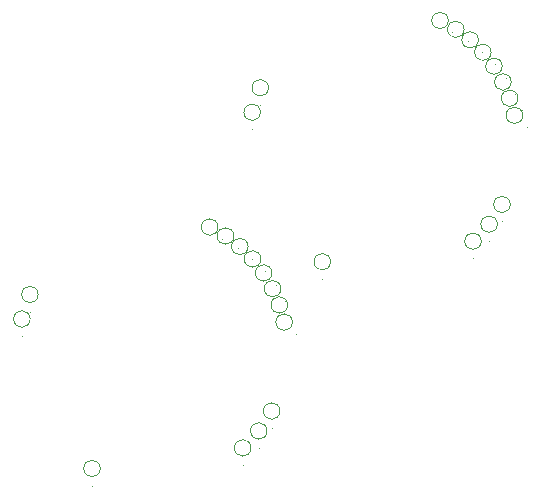
<source format=gbr>
G04 #@! TF.GenerationSoftware,KiCad,Pcbnew,5.0.2-bee76a0~70~ubuntu18.04.1*
G04 #@! TF.CreationDate,2019-06-04T20:48:53+02:00*
G04 #@! TF.ProjectId,lower_Sensor,6c6f7765-725f-4536-956e-736f722e6b69,rev?*
G04 #@! TF.SameCoordinates,Original*
G04 #@! TF.FileFunction,Legend,Bot*
G04 #@! TF.FilePolarity,Positive*
%FSLAX46Y46*%
G04 Gerber Fmt 4.6, Leading zero omitted, Abs format (unit mm)*
G04 Created by KiCad (PCBNEW 5.0.2-bee76a0~70~ubuntu18.04.1) date Di 04 Jun 2019 20:48:53 CEST*
%MOMM*%
%LPD*%
G01*
G04 APERTURE LIST*
%ADD10C,0.120000*%
%ADD11C,0.100000*%
%ADD12C,0.150000*%
G04 APERTURE END LIST*
D10*
G04 #@! TO.C,J3*
X140362320Y-57437620D02*
G75*
G03X140362320Y-57437620I-700000J0D01*
G01*
G04 #@! TO.C,J10*
X135035940Y-52225540D02*
G75*
G03X135035940Y-52225540I-700000J0D01*
G01*
G04 #@! TO.C,J14*
X119811180Y-57930380D02*
G75*
G03X119811180Y-57930380I-700000J0D01*
G01*
G04 #@! TO.C,J7*
X137578480Y-53868920D02*
G75*
G03X137578480Y-53868920I-700000J0D01*
G01*
G04 #@! TO.C,J16*
X137827400Y-70919940D02*
G75*
G03X137827400Y-70919940I-700000J0D01*
G01*
G04 #@! TO.C,J9*
X136371980Y-52979920D02*
G75*
G03X136371980Y-52979920I-700000J0D01*
G01*
G04 #@! TO.C,J13*
X119127920Y-60005560D02*
G75*
G03X119127920Y-60005560I-700000J0D01*
G01*
G04 #@! TO.C,J2*
X140931280Y-58814300D02*
G75*
G03X140931280Y-58814300I-700000J0D01*
G01*
G04 #@! TO.C,J15*
X125063900Y-72659840D02*
G75*
G03X125063900Y-72659840I-700000J0D01*
G01*
G04 #@! TO.C,J8*
X140278500Y-67803360D02*
G75*
G03X140278500Y-67803360I-700000J0D01*
G01*
G04 #@! TO.C,J5*
X138660520Y-54920480D02*
G75*
G03X138660520Y-54920480I-700000J0D01*
G01*
G04 #@! TO.C,J4*
X139600320Y-56106660D02*
G75*
G03X139600320Y-56106660I-700000J0D01*
G01*
G04 #@! TO.C,J6*
X139188840Y-69484840D02*
G75*
G03X139188840Y-69484840I-700000J0D01*
G01*
G04 #@! TO.C,J1*
X141335140Y-60269720D02*
G75*
G03X141335140Y-60269720I-700000J0D01*
G01*
G04 #@! TO.C,J14*
X100311180Y-75430380D02*
G75*
G03X100311180Y-75430380I-700000J0D01*
G01*
G04 #@! TO.C,J16*
X118327400Y-88419940D02*
G75*
G03X118327400Y-88419940I-700000J0D01*
G01*
G04 #@! TO.C,J15*
X105563900Y-90159840D02*
G75*
G03X105563900Y-90159840I-700000J0D01*
G01*
G04 #@! TO.C,J13*
X99627920Y-77505560D02*
G75*
G03X99627920Y-77505560I-700000J0D01*
G01*
G04 #@! TO.C,J2*
X121431280Y-76314300D02*
G75*
G03X121431280Y-76314300I-700000J0D01*
G01*
G04 #@! TO.C,J1*
X121835140Y-77769720D02*
G75*
G03X121835140Y-77769720I-700000J0D01*
G01*
G04 #@! TO.C,J10*
X115535940Y-69725540D02*
G75*
G03X115535940Y-69725540I-700000J0D01*
G01*
G04 #@! TO.C,J9*
X116871980Y-70479920D02*
G75*
G03X116871980Y-70479920I-700000J0D01*
G01*
G04 #@! TO.C,J8*
X120778500Y-85303360D02*
G75*
G03X120778500Y-85303360I-700000J0D01*
G01*
G04 #@! TO.C,J7*
X118078480Y-71368920D02*
G75*
G03X118078480Y-71368920I-700000J0D01*
G01*
G04 #@! TO.C,J5*
X119160520Y-72420480D02*
G75*
G03X119160520Y-72420480I-700000J0D01*
G01*
G04 #@! TO.C,J4*
X120100320Y-73606660D02*
G75*
G03X120100320Y-73606660I-700000J0D01*
G01*
G04 #@! TO.C,J3*
X120862320Y-74937620D02*
G75*
G03X120862320Y-74937620I-700000J0D01*
G01*
G04 #@! TO.C,J6*
X119688840Y-86984840D02*
G75*
G03X119688840Y-86984840I-700000J0D01*
G01*
G04 #@! TO.C,J3*
D11*
X140686211Y-58461511D02*
X140686211Y-58461511D01*
X140686211Y-58461511D01*
X140686211Y-58461511D01*
X140686211Y-58461511D01*
X140686211Y-58461511D01*
X140686211Y-58461511D02*
X140686211Y-58461511D01*
X140686211Y-58461511D01*
X140686211Y-58461511D01*
X140686211Y-58461511D01*
X140686211Y-58461511D01*
X140686211Y-58461511D01*
X140686211Y-58461511D01*
X140686211Y-58461511D01*
X140686211Y-58461511D01*
X140686211Y-58461511D01*
X140686211Y-58461511D01*
X140686211Y-58461511D01*
X140686211Y-58461511D01*
D12*
G04 #@! TO.C,J10*
D11*
X135359831Y-53249431D02*
X135359831Y-53249431D01*
X135359831Y-53249431D01*
X135359831Y-53249431D01*
X135359831Y-53249431D01*
X135359831Y-53249431D01*
X135359831Y-53249431D02*
X135359831Y-53249431D01*
X135359831Y-53249431D02*
X135359831Y-53249431D01*
X135359831Y-53249431D01*
X135359831Y-53249431D01*
X135359831Y-53249431D01*
X135359831Y-53249431D02*
X135359831Y-53249431D01*
X135359831Y-53249431D01*
X135359831Y-53249431D01*
X135359831Y-53249431D01*
X135359831Y-53249431D01*
X135359831Y-53249431D01*
X135359831Y-53249431D01*
X135359831Y-53249431D01*
X135359831Y-53249431D01*
X135359831Y-53249431D01*
X135359831Y-53249431D01*
X135359831Y-53249431D01*
X135359831Y-53249431D01*
X135359831Y-53249431D01*
X135359831Y-53249431D01*
X135359831Y-53249431D01*
X135359831Y-53249431D01*
X135359831Y-53249431D01*
X135359831Y-53249431D01*
X135359831Y-53249431D01*
D12*
G04 #@! TO.C,J14*
D11*
X119111180Y-59378380D02*
X119111180Y-59378380D01*
X119111180Y-59378380D01*
X119111180Y-59378380D01*
X119111180Y-59378380D01*
X119111180Y-59378380D01*
X119111180Y-59378380D02*
X119111180Y-59378380D01*
X119111180Y-59378380D02*
X119111180Y-59378380D01*
X119111180Y-59378380D01*
X119111180Y-59378380D01*
X119111180Y-59378380D01*
X119111180Y-59378380D02*
X119111180Y-59378380D01*
X119111180Y-59378380D02*
X119111180Y-59378380D01*
X119111180Y-59378380D01*
D12*
G04 #@! TO.C,J7*
D11*
X137902371Y-54892811D02*
X137902371Y-54892811D01*
X137902371Y-54892811D01*
X137902371Y-54892811D01*
X137902371Y-54892811D01*
X137902371Y-54892811D01*
X137902371Y-54892811D02*
X137902371Y-54892811D01*
X137902371Y-54892811D01*
D12*
G04 #@! TO.C,J16*
D11*
X137127400Y-72367940D02*
X137127400Y-72367940D01*
X137127400Y-72367940D01*
X137127400Y-72367940D01*
X137127400Y-72367940D01*
X137127400Y-72367940D01*
X137127400Y-72367940D02*
X137127400Y-72367940D01*
X137127400Y-72367940D02*
X137127400Y-72367940D01*
X137127400Y-72367940D01*
X137127400Y-72367940D01*
X137127400Y-72367940D01*
X137127400Y-72367940D02*
X137127400Y-72367940D01*
X137127400Y-72367940D01*
X137127400Y-72367940D01*
X137127400Y-72367940D01*
X137127400Y-72367940D01*
X137127400Y-72367940D01*
X137127400Y-72367940D01*
X137127400Y-72367940D01*
X137127400Y-72367940D01*
X137127400Y-72367940D01*
X137127400Y-72367940D01*
X137127400Y-72367940D01*
X137127400Y-72367940D01*
X137127400Y-72367940D01*
X137127400Y-72367940D01*
X137127400Y-72367940D01*
X137127400Y-72367940D01*
X137127400Y-72367940D01*
X137127400Y-72367940D01*
X137127400Y-72367940D01*
X137127400Y-72367940D01*
D12*
G04 #@! TO.C,J9*
D11*
X136695871Y-54003811D02*
X136695871Y-54003811D01*
X136695871Y-54003811D01*
X136695871Y-54003811D01*
X136695871Y-54003811D01*
X136695871Y-54003811D01*
X136695871Y-54003811D02*
X136695871Y-54003811D01*
X136695871Y-54003811D01*
X136695871Y-54003811D01*
X136695871Y-54003811D01*
X136695871Y-54003811D01*
X136695871Y-54003811D01*
X136695871Y-54003811D01*
X136695871Y-54003811D01*
X136695871Y-54003811D01*
X136695871Y-54003811D01*
X136695871Y-54003811D01*
X136695871Y-54003811D01*
X136695871Y-54003811D01*
X136695871Y-54003811D01*
X136695871Y-54003811D01*
X136695871Y-54003811D01*
X136695871Y-54003811D01*
X136695871Y-54003811D01*
X136695871Y-54003811D01*
X136695871Y-54003811D01*
X136695871Y-54003811D01*
D12*
G04 #@! TO.C,J13*
D11*
X118427920Y-61453560D02*
X118427920Y-61453560D01*
X118427920Y-61453560D01*
X118427920Y-61453560D01*
X118427920Y-61453560D01*
X118427920Y-61453560D01*
X118427920Y-61453560D02*
X118427920Y-61453560D01*
X118427920Y-61453560D02*
X118427920Y-61453560D01*
X118427920Y-61453560D01*
X118427920Y-61453560D01*
X118427920Y-61453560D01*
X118427920Y-61453560D02*
X118427920Y-61453560D01*
X118427920Y-61453560D01*
X118427920Y-61453560D01*
X118427920Y-61453560D01*
X118427920Y-61453560D01*
X118427920Y-61453560D01*
X118427920Y-61453560D01*
X118427920Y-61453560D01*
X118427920Y-61453560D01*
X118427920Y-61453560D01*
X118427920Y-61453560D01*
X118427920Y-61453560D01*
X118427920Y-61453560D01*
D12*
G04 #@! TO.C,J2*
D11*
X141255171Y-59838191D02*
X141255171Y-59838191D01*
X141255171Y-59838191D01*
X141255171Y-59838191D01*
X141255171Y-59838191D01*
X141255171Y-59838191D01*
X141255171Y-59838191D02*
X141255171Y-59838191D01*
X141255171Y-59838191D01*
X141255171Y-59838191D01*
X141255171Y-59838191D01*
X141255171Y-59838191D01*
X141255171Y-59838191D01*
X141255171Y-59838191D01*
X141255171Y-59838191D01*
X141255171Y-59838191D01*
X141255171Y-59838191D01*
D12*
G04 #@! TO.C,J15*
D11*
X124363900Y-74107840D02*
X124363900Y-74107840D01*
X124363900Y-74107840D01*
X124363900Y-74107840D01*
X124363900Y-74107840D01*
X124363900Y-74107840D01*
X124363900Y-74107840D02*
X124363900Y-74107840D01*
X124363900Y-74107840D02*
X124363900Y-74107840D01*
X124363900Y-74107840D01*
X124363900Y-74107840D01*
X124363900Y-74107840D01*
X124363900Y-74107840D02*
X124363900Y-74107840D01*
X124363900Y-74107840D01*
X124363900Y-74107840D01*
X124363900Y-74107840D01*
X124363900Y-74107840D01*
X124363900Y-74107840D01*
X124363900Y-74107840D01*
X124363900Y-74107840D01*
X124363900Y-74107840D01*
X124363900Y-74107840D01*
X124363900Y-74107840D01*
X124363900Y-74107840D01*
X124363900Y-74107840D01*
X124363900Y-74107840D01*
X124363900Y-74107840D01*
D12*
G04 #@! TO.C,J8*
D11*
X139578500Y-69251360D02*
X139578500Y-69251360D01*
X139578500Y-69251360D01*
X139578500Y-69251360D01*
X139578500Y-69251360D01*
X139578500Y-69251360D01*
X139578500Y-69251360D02*
X139578500Y-69251360D01*
X139578500Y-69251360D01*
X139578500Y-69251360D01*
X139578500Y-69251360D01*
X139578500Y-69251360D01*
X139578500Y-69251360D01*
X139578500Y-69251360D01*
X139578500Y-69251360D01*
X139578500Y-69251360D01*
X139578500Y-69251360D01*
X139578500Y-69251360D01*
X139578500Y-69251360D01*
X139578500Y-69251360D01*
X139578500Y-69251360D01*
X139578500Y-69251360D01*
X139578500Y-69251360D01*
X139578500Y-69251360D01*
X139578500Y-69251360D01*
X139578500Y-69251360D01*
X139578500Y-69251360D01*
X139578500Y-69251360D01*
X139578500Y-69251360D01*
X139578500Y-69251360D01*
X139578500Y-69251360D01*
X139578500Y-69251360D01*
X139578500Y-69251360D01*
X139578500Y-69251360D01*
X139578500Y-69251360D01*
X139578500Y-69251360D01*
X139578500Y-69251360D01*
X139578500Y-69251360D01*
D12*
G04 #@! TO.C,J5*
D11*
X138984411Y-55944371D02*
X138984411Y-55944371D01*
X138984411Y-55944371D01*
X138984411Y-55944371D01*
X138984411Y-55944371D01*
X138984411Y-55944371D01*
X138984411Y-55944371D02*
X138984411Y-55944371D01*
X138984411Y-55944371D01*
X138984411Y-55944371D01*
X138984411Y-55944371D01*
X138984411Y-55944371D01*
X138984411Y-55944371D01*
X138984411Y-55944371D01*
X138984411Y-55944371D01*
X138984411Y-55944371D01*
X138984411Y-55944371D01*
X138984411Y-55944371D01*
X138984411Y-55944371D01*
X138984411Y-55944371D01*
X138984411Y-55944371D01*
X138984411Y-55944371D01*
D12*
G04 #@! TO.C,J4*
D11*
X139924211Y-57130551D02*
X139924211Y-57130551D01*
X139924211Y-57130551D01*
X139924211Y-57130551D01*
X139924211Y-57130551D01*
X139924211Y-57130551D01*
X139924211Y-57130551D02*
X139924211Y-57130551D01*
X139924211Y-57130551D02*
X139924211Y-57130551D01*
X139924211Y-57130551D01*
D12*
G04 #@! TO.C,J6*
D11*
X138488840Y-70932840D02*
X138488840Y-70932840D01*
X138488840Y-70932840D01*
X138488840Y-70932840D01*
X138488840Y-70932840D01*
X138488840Y-70932840D01*
X138488840Y-70932840D02*
X138488840Y-70932840D01*
X138488840Y-70932840D01*
X138488840Y-70932840D01*
X138488840Y-70932840D01*
X138488840Y-70932840D01*
X138488840Y-70932840D01*
X138488840Y-70932840D01*
X138488840Y-70932840D01*
X138488840Y-70932840D01*
X138488840Y-70932840D01*
X138488840Y-70932840D01*
X138488840Y-70932840D01*
X138488840Y-70932840D01*
X138488840Y-70932840D01*
X138488840Y-70932840D01*
X138488840Y-70932840D01*
X138488840Y-70932840D01*
X138488840Y-70932840D01*
X138488840Y-70932840D01*
X138488840Y-70932840D01*
X138488840Y-70932840D01*
D12*
G04 #@! TO.C,J1*
D11*
X141659031Y-61293611D02*
X141659031Y-61293611D01*
X141659031Y-61293611D01*
X141659031Y-61293611D01*
X141659031Y-61293611D01*
X141659031Y-61293611D01*
X141659031Y-61293611D02*
X141659031Y-61293611D01*
X141659031Y-61293611D02*
X141659031Y-61293611D01*
X141659031Y-61293611D01*
X141659031Y-61293611D01*
X141659031Y-61293611D01*
D12*
G04 #@! TO.C,J14*
D11*
X99611180Y-76878380D02*
X99611180Y-76878380D01*
X99611180Y-76878380D01*
X99611180Y-76878380D01*
X99611180Y-76878380D01*
X99611180Y-76878380D01*
X99611180Y-76878380D02*
X99611180Y-76878380D01*
X99611180Y-76878380D02*
X99611180Y-76878380D01*
X99611180Y-76878380D01*
X99611180Y-76878380D01*
X99611180Y-76878380D01*
X99611180Y-76878380D02*
X99611180Y-76878380D01*
X99611180Y-76878380D02*
X99611180Y-76878380D01*
X99611180Y-76878380D01*
D12*
G04 #@! TO.C,J16*
D11*
X117627400Y-89867940D02*
X117627400Y-89867940D01*
X117627400Y-89867940D01*
X117627400Y-89867940D01*
X117627400Y-89867940D01*
X117627400Y-89867940D01*
X117627400Y-89867940D02*
X117627400Y-89867940D01*
X117627400Y-89867940D02*
X117627400Y-89867940D01*
X117627400Y-89867940D01*
X117627400Y-89867940D01*
X117627400Y-89867940D01*
X117627400Y-89867940D02*
X117627400Y-89867940D01*
X117627400Y-89867940D01*
X117627400Y-89867940D01*
X117627400Y-89867940D01*
X117627400Y-89867940D01*
X117627400Y-89867940D01*
X117627400Y-89867940D01*
X117627400Y-89867940D01*
X117627400Y-89867940D01*
X117627400Y-89867940D01*
X117627400Y-89867940D01*
X117627400Y-89867940D01*
X117627400Y-89867940D01*
X117627400Y-89867940D01*
X117627400Y-89867940D01*
X117627400Y-89867940D01*
X117627400Y-89867940D01*
X117627400Y-89867940D01*
X117627400Y-89867940D01*
X117627400Y-89867940D01*
X117627400Y-89867940D01*
D12*
G04 #@! TO.C,J15*
D11*
X104863900Y-91607840D02*
X104863900Y-91607840D01*
X104863900Y-91607840D01*
X104863900Y-91607840D01*
X104863900Y-91607840D01*
X104863900Y-91607840D01*
X104863900Y-91607840D02*
X104863900Y-91607840D01*
X104863900Y-91607840D02*
X104863900Y-91607840D01*
X104863900Y-91607840D01*
X104863900Y-91607840D01*
X104863900Y-91607840D01*
X104863900Y-91607840D02*
X104863900Y-91607840D01*
X104863900Y-91607840D01*
X104863900Y-91607840D01*
X104863900Y-91607840D01*
X104863900Y-91607840D01*
X104863900Y-91607840D01*
X104863900Y-91607840D01*
X104863900Y-91607840D01*
X104863900Y-91607840D01*
X104863900Y-91607840D01*
X104863900Y-91607840D01*
X104863900Y-91607840D01*
X104863900Y-91607840D01*
X104863900Y-91607840D01*
X104863900Y-91607840D01*
D12*
G04 #@! TO.C,J13*
D11*
X98927920Y-78953560D02*
X98927920Y-78953560D01*
X98927920Y-78953560D01*
X98927920Y-78953560D01*
X98927920Y-78953560D01*
X98927920Y-78953560D01*
X98927920Y-78953560D02*
X98927920Y-78953560D01*
X98927920Y-78953560D02*
X98927920Y-78953560D01*
X98927920Y-78953560D01*
X98927920Y-78953560D01*
X98927920Y-78953560D01*
X98927920Y-78953560D02*
X98927920Y-78953560D01*
X98927920Y-78953560D01*
X98927920Y-78953560D01*
X98927920Y-78953560D01*
X98927920Y-78953560D01*
X98927920Y-78953560D01*
X98927920Y-78953560D01*
X98927920Y-78953560D01*
X98927920Y-78953560D01*
X98927920Y-78953560D01*
X98927920Y-78953560D01*
X98927920Y-78953560D01*
X98927920Y-78953560D01*
D12*
G04 #@! TO.C,J2*
D11*
X121755171Y-77338191D02*
X121755171Y-77338191D01*
X121755171Y-77338191D01*
X121755171Y-77338191D01*
X121755171Y-77338191D01*
X121755171Y-77338191D01*
X121755171Y-77338191D02*
X121755171Y-77338191D01*
X121755171Y-77338191D01*
X121755171Y-77338191D01*
X121755171Y-77338191D01*
X121755171Y-77338191D01*
X121755171Y-77338191D01*
X121755171Y-77338191D01*
X121755171Y-77338191D01*
X121755171Y-77338191D01*
X121755171Y-77338191D01*
D12*
G04 #@! TO.C,J1*
D11*
X122159031Y-78793611D02*
X122159031Y-78793611D01*
X122159031Y-78793611D01*
X122159031Y-78793611D01*
X122159031Y-78793611D01*
X122159031Y-78793611D01*
X122159031Y-78793611D02*
X122159031Y-78793611D01*
X122159031Y-78793611D02*
X122159031Y-78793611D01*
X122159031Y-78793611D01*
X122159031Y-78793611D01*
X122159031Y-78793611D01*
D12*
G04 #@! TO.C,J10*
D11*
X115859831Y-70749431D02*
X115859831Y-70749431D01*
X115859831Y-70749431D01*
X115859831Y-70749431D01*
X115859831Y-70749431D01*
X115859831Y-70749431D01*
X115859831Y-70749431D02*
X115859831Y-70749431D01*
X115859831Y-70749431D02*
X115859831Y-70749431D01*
X115859831Y-70749431D01*
X115859831Y-70749431D01*
X115859831Y-70749431D01*
X115859831Y-70749431D02*
X115859831Y-70749431D01*
X115859831Y-70749431D01*
X115859831Y-70749431D01*
X115859831Y-70749431D01*
X115859831Y-70749431D01*
X115859831Y-70749431D01*
X115859831Y-70749431D01*
X115859831Y-70749431D01*
X115859831Y-70749431D01*
X115859831Y-70749431D01*
X115859831Y-70749431D01*
X115859831Y-70749431D01*
X115859831Y-70749431D01*
X115859831Y-70749431D01*
X115859831Y-70749431D01*
X115859831Y-70749431D01*
X115859831Y-70749431D01*
X115859831Y-70749431D01*
X115859831Y-70749431D01*
X115859831Y-70749431D01*
D12*
G04 #@! TO.C,J9*
D11*
X117195871Y-71503811D02*
X117195871Y-71503811D01*
X117195871Y-71503811D01*
X117195871Y-71503811D01*
X117195871Y-71503811D01*
X117195871Y-71503811D01*
X117195871Y-71503811D02*
X117195871Y-71503811D01*
X117195871Y-71503811D01*
X117195871Y-71503811D01*
X117195871Y-71503811D01*
X117195871Y-71503811D01*
X117195871Y-71503811D01*
X117195871Y-71503811D01*
X117195871Y-71503811D01*
X117195871Y-71503811D01*
X117195871Y-71503811D01*
X117195871Y-71503811D01*
X117195871Y-71503811D01*
X117195871Y-71503811D01*
X117195871Y-71503811D01*
X117195871Y-71503811D01*
X117195871Y-71503811D01*
X117195871Y-71503811D01*
X117195871Y-71503811D01*
X117195871Y-71503811D01*
X117195871Y-71503811D01*
X117195871Y-71503811D01*
D12*
G04 #@! TO.C,J8*
D11*
X120078500Y-86751360D02*
X120078500Y-86751360D01*
X120078500Y-86751360D01*
X120078500Y-86751360D01*
X120078500Y-86751360D01*
X120078500Y-86751360D01*
X120078500Y-86751360D02*
X120078500Y-86751360D01*
X120078500Y-86751360D01*
X120078500Y-86751360D01*
X120078500Y-86751360D01*
X120078500Y-86751360D01*
X120078500Y-86751360D01*
X120078500Y-86751360D01*
X120078500Y-86751360D01*
X120078500Y-86751360D01*
X120078500Y-86751360D01*
X120078500Y-86751360D01*
X120078500Y-86751360D01*
X120078500Y-86751360D01*
X120078500Y-86751360D01*
X120078500Y-86751360D01*
X120078500Y-86751360D01*
X120078500Y-86751360D01*
X120078500Y-86751360D01*
X120078500Y-86751360D01*
X120078500Y-86751360D01*
X120078500Y-86751360D01*
X120078500Y-86751360D01*
X120078500Y-86751360D01*
X120078500Y-86751360D01*
X120078500Y-86751360D01*
X120078500Y-86751360D01*
X120078500Y-86751360D01*
X120078500Y-86751360D01*
X120078500Y-86751360D01*
X120078500Y-86751360D01*
X120078500Y-86751360D01*
D12*
G04 #@! TO.C,J7*
D11*
X118402371Y-72392811D02*
X118402371Y-72392811D01*
X118402371Y-72392811D01*
X118402371Y-72392811D01*
X118402371Y-72392811D01*
X118402371Y-72392811D01*
X118402371Y-72392811D02*
X118402371Y-72392811D01*
X118402371Y-72392811D01*
D12*
G04 #@! TO.C,J5*
D11*
X119484411Y-73444371D02*
X119484411Y-73444371D01*
X119484411Y-73444371D01*
X119484411Y-73444371D01*
X119484411Y-73444371D01*
X119484411Y-73444371D01*
X119484411Y-73444371D02*
X119484411Y-73444371D01*
X119484411Y-73444371D01*
X119484411Y-73444371D01*
X119484411Y-73444371D01*
X119484411Y-73444371D01*
X119484411Y-73444371D01*
X119484411Y-73444371D01*
X119484411Y-73444371D01*
X119484411Y-73444371D01*
X119484411Y-73444371D01*
X119484411Y-73444371D01*
X119484411Y-73444371D01*
X119484411Y-73444371D01*
X119484411Y-73444371D01*
X119484411Y-73444371D01*
D12*
G04 #@! TO.C,J4*
D11*
X120424211Y-74630551D02*
X120424211Y-74630551D01*
X120424211Y-74630551D01*
X120424211Y-74630551D01*
X120424211Y-74630551D01*
X120424211Y-74630551D01*
X120424211Y-74630551D02*
X120424211Y-74630551D01*
X120424211Y-74630551D02*
X120424211Y-74630551D01*
X120424211Y-74630551D01*
D12*
G04 #@! TO.C,J3*
D11*
X121186211Y-75961511D02*
X121186211Y-75961511D01*
X121186211Y-75961511D01*
X121186211Y-75961511D01*
X121186211Y-75961511D01*
X121186211Y-75961511D01*
X121186211Y-75961511D02*
X121186211Y-75961511D01*
X121186211Y-75961511D01*
X121186211Y-75961511D01*
X121186211Y-75961511D01*
X121186211Y-75961511D01*
X121186211Y-75961511D01*
X121186211Y-75961511D01*
X121186211Y-75961511D01*
X121186211Y-75961511D01*
X121186211Y-75961511D01*
X121186211Y-75961511D01*
X121186211Y-75961511D01*
X121186211Y-75961511D01*
D12*
G04 #@! TO.C,J6*
D11*
X118988840Y-88432840D02*
X118988840Y-88432840D01*
X118988840Y-88432840D01*
X118988840Y-88432840D01*
X118988840Y-88432840D01*
X118988840Y-88432840D01*
X118988840Y-88432840D02*
X118988840Y-88432840D01*
X118988840Y-88432840D01*
X118988840Y-88432840D01*
X118988840Y-88432840D01*
X118988840Y-88432840D01*
X118988840Y-88432840D01*
X118988840Y-88432840D01*
X118988840Y-88432840D01*
X118988840Y-88432840D01*
X118988840Y-88432840D01*
X118988840Y-88432840D01*
X118988840Y-88432840D01*
X118988840Y-88432840D01*
X118988840Y-88432840D01*
X118988840Y-88432840D01*
X118988840Y-88432840D01*
X118988840Y-88432840D01*
X118988840Y-88432840D01*
X118988840Y-88432840D01*
X118988840Y-88432840D01*
X118988840Y-88432840D01*
D12*
G04 #@! TD*
M02*

</source>
